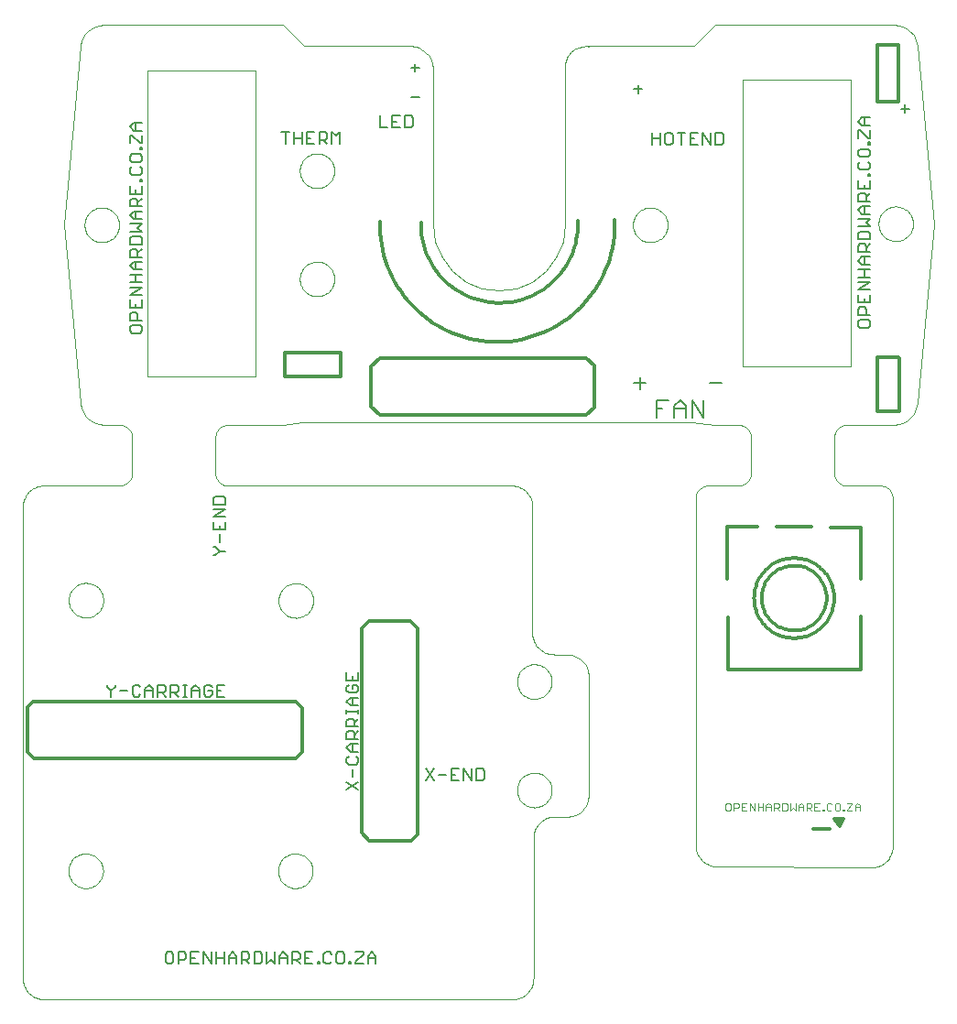
<source format=gto>
G75*
G70*
%OFA0B0*%
%FSLAX24Y24*%
%IPPOS*%
%LPD*%
%AMOC8*
5,1,8,0,0,1.08239X$1,22.5*
%
%ADD10C,0.0010*%
%ADD11C,0.0000*%
%ADD12C,0.0060*%
%ADD13C,0.0070*%
%ADD14C,0.0120*%
%ADD15C,0.0040*%
D10*
X001892Y001853D02*
X001892Y018979D01*
X001893Y019033D01*
X001897Y019087D01*
X001905Y019141D01*
X001917Y019194D01*
X001933Y019246D01*
X001952Y019296D01*
X001975Y019345D01*
X002001Y019393D01*
X002030Y019438D01*
X002063Y019482D01*
X002098Y019523D01*
X002136Y019561D01*
X002177Y019596D01*
X002221Y019629D01*
X002266Y019658D01*
X002314Y019684D01*
X002363Y019707D01*
X002413Y019726D01*
X002465Y019742D01*
X002518Y019754D01*
X002572Y019762D01*
X002626Y019766D01*
X002680Y019767D01*
X002680Y019766D02*
X005396Y019766D01*
X005438Y019767D01*
X005480Y019771D01*
X005521Y019778D01*
X005561Y019790D01*
X005600Y019805D01*
X005638Y019824D01*
X005673Y019846D01*
X005706Y019871D01*
X005737Y019900D01*
X005765Y019931D01*
X005790Y019964D01*
X005812Y020000D01*
X005831Y020037D01*
X005846Y020076D01*
X005857Y020116D01*
X005865Y020158D01*
X005869Y020199D01*
X005869Y021499D01*
X005869Y021498D02*
X005868Y021540D01*
X005864Y021582D01*
X005857Y021623D01*
X005845Y021663D01*
X005830Y021702D01*
X005811Y021740D01*
X005789Y021775D01*
X005764Y021808D01*
X005735Y021839D01*
X005704Y021867D01*
X005671Y021892D01*
X005635Y021914D01*
X005598Y021933D01*
X005559Y021948D01*
X005519Y021959D01*
X005477Y021967D01*
X005436Y021971D01*
X004845Y021971D01*
X004852Y021978D02*
X004642Y022008D01*
X004542Y022038D01*
X004442Y022088D01*
X004352Y022138D01*
X004272Y022208D01*
X004192Y022288D01*
X004132Y022368D01*
X004082Y022458D01*
X004032Y022558D01*
X003992Y022768D01*
X003392Y029268D01*
X003992Y035758D01*
X004032Y035968D01*
X004082Y036068D01*
X004132Y036158D01*
X004192Y036238D01*
X004272Y036318D01*
X004352Y036388D01*
X004442Y036438D01*
X004542Y036488D01*
X004642Y036518D01*
X004852Y036548D01*
X011342Y036548D01*
X012132Y035758D01*
X015992Y035758D01*
X016202Y035728D01*
X016312Y035698D01*
X016402Y035648D01*
X016492Y035588D01*
X016572Y035518D01*
X016652Y035438D01*
X016712Y035348D01*
X016792Y035148D01*
X016822Y034928D01*
X016822Y029268D01*
X016902Y028638D01*
X017142Y028058D01*
X017522Y027568D01*
X018022Y027188D01*
X018602Y026948D01*
X019222Y026858D01*
X019842Y026948D01*
X020422Y027188D01*
X020922Y027568D01*
X021302Y028058D01*
X021542Y028638D01*
X021622Y029268D01*
X021622Y034928D01*
X021616Y034924D02*
X021614Y034979D01*
X021616Y035034D01*
X021621Y035088D01*
X021630Y035142D01*
X021643Y035195D01*
X021660Y035248D01*
X021681Y035298D01*
X021705Y035348D01*
X021732Y035395D01*
X021763Y035441D01*
X021797Y035484D01*
X021833Y035524D01*
X021873Y035562D01*
X021915Y035597D01*
X021960Y035629D01*
X022007Y035657D01*
X022055Y035683D01*
X022106Y035704D01*
X022157Y035722D01*
X022210Y035737D01*
X022264Y035747D01*
X022318Y035754D01*
X022373Y035757D01*
X022428Y035756D01*
X022483Y035751D01*
X022452Y035758D02*
X026312Y035758D01*
X027092Y036548D01*
X033592Y036548D01*
X033802Y036518D01*
X033902Y036488D01*
X034002Y036438D01*
X034092Y036388D01*
X034172Y036318D01*
X034312Y036158D01*
X034362Y036068D01*
X034402Y035968D01*
X034452Y035758D01*
X035052Y029268D01*
X034452Y022768D01*
X034402Y022558D01*
X034362Y022458D01*
X034312Y022368D01*
X034172Y022208D01*
X034092Y022138D01*
X034002Y022088D01*
X033902Y022038D01*
X033802Y022008D01*
X033592Y021978D01*
X033585Y021971D02*
X031892Y021971D01*
X031893Y021971D02*
X031851Y021970D01*
X031809Y021966D01*
X031768Y021959D01*
X031728Y021947D01*
X031689Y021932D01*
X031651Y021913D01*
X031616Y021891D01*
X031583Y021866D01*
X031552Y021837D01*
X031524Y021806D01*
X031499Y021773D01*
X031477Y021737D01*
X031458Y021700D01*
X031443Y021661D01*
X031432Y021621D01*
X031424Y021579D01*
X031420Y021538D01*
X031420Y020239D01*
X031421Y020197D01*
X031425Y020155D01*
X031432Y020114D01*
X031444Y020074D01*
X031459Y020035D01*
X031478Y019997D01*
X031500Y019962D01*
X031525Y019929D01*
X031554Y019898D01*
X031585Y019870D01*
X031618Y019845D01*
X031654Y019823D01*
X031691Y019804D01*
X031730Y019789D01*
X031770Y019778D01*
X031812Y019770D01*
X031853Y019766D01*
X033113Y019766D01*
X033113Y019767D02*
X033154Y019763D01*
X033196Y019755D01*
X033236Y019744D01*
X033275Y019729D01*
X033312Y019710D01*
X033348Y019688D01*
X033381Y019663D01*
X033412Y019635D01*
X033441Y019604D01*
X033466Y019571D01*
X033488Y019536D01*
X033507Y019498D01*
X033522Y019459D01*
X033534Y019419D01*
X033541Y019378D01*
X033545Y019336D01*
X033546Y019294D01*
X033546Y006656D01*
X033545Y006602D01*
X033541Y006548D01*
X033533Y006494D01*
X033521Y006441D01*
X033505Y006389D01*
X033486Y006339D01*
X033463Y006290D01*
X033437Y006242D01*
X033408Y006197D01*
X033375Y006153D01*
X033340Y006112D01*
X033302Y006074D01*
X033261Y006039D01*
X033217Y006006D01*
X033172Y005977D01*
X033124Y005951D01*
X033075Y005928D01*
X033025Y005909D01*
X032973Y005893D01*
X032920Y005881D01*
X032866Y005873D01*
X032812Y005869D01*
X032758Y005868D01*
X032758Y005869D02*
X027168Y005908D01*
X027114Y005909D01*
X027060Y005913D01*
X027006Y005921D01*
X026953Y005933D01*
X026901Y005949D01*
X026851Y005968D01*
X026802Y005991D01*
X026754Y006017D01*
X026709Y006046D01*
X026665Y006079D01*
X026624Y006114D01*
X026586Y006152D01*
X026551Y006193D01*
X026518Y006237D01*
X026489Y006282D01*
X026463Y006330D01*
X026440Y006379D01*
X026421Y006429D01*
X026405Y006481D01*
X026393Y006534D01*
X026385Y006588D01*
X026381Y006642D01*
X026380Y006696D01*
X026380Y006695D02*
X026380Y019333D01*
X026380Y019334D02*
X026384Y019375D01*
X026392Y019417D01*
X026403Y019457D01*
X026418Y019496D01*
X026437Y019533D01*
X026459Y019569D01*
X026484Y019602D01*
X026512Y019633D01*
X026543Y019662D01*
X026576Y019687D01*
X026611Y019709D01*
X026649Y019728D01*
X026688Y019743D01*
X026728Y019755D01*
X026769Y019762D01*
X026811Y019766D01*
X026853Y019767D01*
X026853Y019766D02*
X027916Y019766D01*
X027958Y019767D01*
X028000Y019771D01*
X028041Y019778D01*
X028081Y019790D01*
X028120Y019805D01*
X028158Y019824D01*
X028193Y019846D01*
X028226Y019871D01*
X028257Y019900D01*
X028285Y019931D01*
X028310Y019964D01*
X028332Y020000D01*
X028351Y020037D01*
X028366Y020076D01*
X028377Y020116D01*
X028385Y020158D01*
X028389Y020199D01*
X028388Y020199D02*
X028388Y021499D01*
X028389Y021498D02*
X028388Y021540D01*
X028384Y021582D01*
X028377Y021623D01*
X028365Y021663D01*
X028350Y021702D01*
X028331Y021740D01*
X028309Y021775D01*
X028284Y021808D01*
X028255Y021839D01*
X028224Y021867D01*
X028191Y021892D01*
X028155Y021914D01*
X028118Y021933D01*
X028079Y021948D01*
X028039Y021959D01*
X027997Y021967D01*
X027956Y021971D01*
X027955Y021971D02*
X027089Y021971D01*
X027092Y021978D02*
X026233Y022060D01*
X012053Y022060D01*
X011342Y021978D01*
X011341Y021971D02*
X009373Y021971D01*
X009331Y021970D01*
X009289Y021966D01*
X009248Y021959D01*
X009208Y021947D01*
X009169Y021932D01*
X009131Y021913D01*
X009096Y021891D01*
X009063Y021866D01*
X009032Y021837D01*
X009004Y021806D01*
X008979Y021773D01*
X008957Y021737D01*
X008938Y021700D01*
X008923Y021661D01*
X008912Y021621D01*
X008904Y021579D01*
X008900Y021538D01*
X008900Y020239D01*
X008901Y020197D01*
X008905Y020155D01*
X008912Y020114D01*
X008924Y020074D01*
X008939Y020035D01*
X008958Y019997D01*
X008980Y019962D01*
X009005Y019929D01*
X009034Y019898D01*
X009065Y019870D01*
X009098Y019845D01*
X009134Y019823D01*
X009171Y019804D01*
X009210Y019789D01*
X009250Y019778D01*
X009292Y019770D01*
X009333Y019766D01*
X019648Y019766D01*
X019648Y019767D02*
X019702Y019766D01*
X019756Y019762D01*
X019810Y019754D01*
X019863Y019742D01*
X019915Y019726D01*
X019965Y019707D01*
X020014Y019684D01*
X020062Y019658D01*
X020107Y019629D01*
X020151Y019596D01*
X020192Y019561D01*
X020230Y019523D01*
X020265Y019482D01*
X020298Y019438D01*
X020327Y019393D01*
X020353Y019345D01*
X020376Y019296D01*
X020395Y019246D01*
X020411Y019194D01*
X020423Y019141D01*
X020431Y019087D01*
X020435Y019033D01*
X020436Y018979D01*
X020436Y014412D01*
X020435Y014412D02*
X020436Y014358D01*
X020440Y014304D01*
X020448Y014250D01*
X020460Y014197D01*
X020476Y014145D01*
X020495Y014095D01*
X020518Y014046D01*
X020544Y013998D01*
X020573Y013953D01*
X020606Y013909D01*
X020641Y013868D01*
X020679Y013830D01*
X020720Y013795D01*
X020764Y013762D01*
X020809Y013733D01*
X020857Y013707D01*
X020906Y013684D01*
X020956Y013665D01*
X021008Y013649D01*
X021061Y013637D01*
X021115Y013629D01*
X021169Y013625D01*
X021223Y013624D01*
X021219Y013615D02*
X021698Y013615D01*
X021898Y013595D01*
X021998Y013555D01*
X022088Y013515D01*
X022178Y013455D01*
X022318Y013315D01*
X022378Y013225D01*
X022428Y013135D01*
X022458Y013035D01*
X022488Y012835D01*
X022488Y008505D01*
X022458Y008295D01*
X022428Y008195D01*
X022378Y008105D01*
X022318Y008025D01*
X022248Y007945D01*
X022178Y007875D01*
X022088Y007815D01*
X021998Y007775D01*
X021898Y007745D01*
X021698Y007715D01*
X021298Y007715D01*
X021263Y007719D02*
X021209Y007718D01*
X021155Y007714D01*
X021101Y007706D01*
X021048Y007694D01*
X020996Y007678D01*
X020946Y007659D01*
X020897Y007636D01*
X020849Y007610D01*
X020804Y007581D01*
X020760Y007548D01*
X020719Y007513D01*
X020681Y007475D01*
X020646Y007434D01*
X020613Y007390D01*
X020584Y007345D01*
X020558Y007297D01*
X020535Y007248D01*
X020516Y007198D01*
X020500Y007146D01*
X020488Y007093D01*
X020480Y007039D01*
X020476Y006985D01*
X020475Y006931D01*
X020475Y006932D02*
X020475Y001853D01*
X020474Y001799D01*
X020470Y001745D01*
X020462Y001691D01*
X020450Y001638D01*
X020434Y001586D01*
X020415Y001536D01*
X020392Y001487D01*
X020366Y001439D01*
X020337Y001394D01*
X020304Y001350D01*
X020269Y001309D01*
X020231Y001271D01*
X020190Y001236D01*
X020146Y001203D01*
X020101Y001174D01*
X020053Y001148D01*
X020004Y001125D01*
X019954Y001106D01*
X019902Y001090D01*
X019849Y001078D01*
X019795Y001070D01*
X019741Y001066D01*
X019687Y001065D01*
X019688Y001066D02*
X002680Y001066D01*
X002680Y001065D02*
X002626Y001066D01*
X002572Y001070D01*
X002518Y001078D01*
X002465Y001090D01*
X002413Y001106D01*
X002363Y001125D01*
X002314Y001148D01*
X002266Y001174D01*
X002221Y001203D01*
X002177Y001236D01*
X002136Y001271D01*
X002098Y001309D01*
X002063Y001350D01*
X002030Y001394D01*
X002001Y001439D01*
X001975Y001487D01*
X001952Y001536D01*
X001933Y001586D01*
X001917Y001638D01*
X001905Y001691D01*
X001897Y001745D01*
X001893Y001799D01*
X001892Y001853D01*
X006422Y023748D02*
X006422Y034857D01*
X010362Y034857D01*
X010362Y023748D01*
X006422Y023748D01*
X028082Y024102D02*
X032012Y024102D01*
X032012Y034543D01*
X028082Y034543D01*
X028082Y024102D01*
D11*
X024097Y029254D02*
X024099Y029304D01*
X024105Y029354D01*
X024115Y029403D01*
X024129Y029451D01*
X024146Y029498D01*
X024167Y029543D01*
X024192Y029587D01*
X024220Y029628D01*
X024252Y029667D01*
X024286Y029704D01*
X024323Y029738D01*
X024363Y029768D01*
X024405Y029795D01*
X024449Y029819D01*
X024495Y029840D01*
X024542Y029856D01*
X024590Y029869D01*
X024640Y029878D01*
X024689Y029883D01*
X024740Y029884D01*
X024790Y029881D01*
X024839Y029874D01*
X024888Y029863D01*
X024936Y029848D01*
X024982Y029830D01*
X025027Y029808D01*
X025070Y029782D01*
X025111Y029753D01*
X025150Y029721D01*
X025186Y029686D01*
X025218Y029648D01*
X025248Y029608D01*
X025275Y029565D01*
X025298Y029521D01*
X025317Y029475D01*
X025333Y029427D01*
X025345Y029378D01*
X025353Y029329D01*
X025357Y029279D01*
X025357Y029229D01*
X025353Y029179D01*
X025345Y029130D01*
X025333Y029081D01*
X025317Y029033D01*
X025298Y028987D01*
X025275Y028943D01*
X025248Y028900D01*
X025218Y028860D01*
X025186Y028822D01*
X025150Y028787D01*
X025111Y028755D01*
X025070Y028726D01*
X025027Y028700D01*
X024982Y028678D01*
X024936Y028660D01*
X024888Y028645D01*
X024839Y028634D01*
X024790Y028627D01*
X024740Y028624D01*
X024689Y028625D01*
X024640Y028630D01*
X024590Y028639D01*
X024542Y028652D01*
X024495Y028668D01*
X024449Y028689D01*
X024405Y028713D01*
X024363Y028740D01*
X024323Y028770D01*
X024286Y028804D01*
X024252Y028841D01*
X024220Y028880D01*
X024192Y028921D01*
X024167Y028965D01*
X024146Y029010D01*
X024129Y029057D01*
X024115Y029105D01*
X024105Y029154D01*
X024099Y029204D01*
X024097Y029254D01*
X033034Y029294D02*
X033036Y029344D01*
X033042Y029394D01*
X033052Y029443D01*
X033066Y029491D01*
X033083Y029538D01*
X033104Y029583D01*
X033129Y029627D01*
X033157Y029668D01*
X033189Y029707D01*
X033223Y029744D01*
X033260Y029778D01*
X033300Y029808D01*
X033342Y029835D01*
X033386Y029859D01*
X033432Y029880D01*
X033479Y029896D01*
X033527Y029909D01*
X033577Y029918D01*
X033626Y029923D01*
X033677Y029924D01*
X033727Y029921D01*
X033776Y029914D01*
X033825Y029903D01*
X033873Y029888D01*
X033919Y029870D01*
X033964Y029848D01*
X034007Y029822D01*
X034048Y029793D01*
X034087Y029761D01*
X034123Y029726D01*
X034155Y029688D01*
X034185Y029648D01*
X034212Y029605D01*
X034235Y029561D01*
X034254Y029515D01*
X034270Y029467D01*
X034282Y029418D01*
X034290Y029369D01*
X034294Y029319D01*
X034294Y029269D01*
X034290Y029219D01*
X034282Y029170D01*
X034270Y029121D01*
X034254Y029073D01*
X034235Y029027D01*
X034212Y028983D01*
X034185Y028940D01*
X034155Y028900D01*
X034123Y028862D01*
X034087Y028827D01*
X034048Y028795D01*
X034007Y028766D01*
X033964Y028740D01*
X033919Y028718D01*
X033873Y028700D01*
X033825Y028685D01*
X033776Y028674D01*
X033727Y028667D01*
X033677Y028664D01*
X033626Y028665D01*
X033577Y028670D01*
X033527Y028679D01*
X033479Y028692D01*
X033432Y028708D01*
X033386Y028729D01*
X033342Y028753D01*
X033300Y028780D01*
X033260Y028810D01*
X033223Y028844D01*
X033189Y028881D01*
X033157Y028920D01*
X033129Y028961D01*
X033104Y029005D01*
X033083Y029050D01*
X033066Y029097D01*
X033052Y029145D01*
X033042Y029194D01*
X033036Y029244D01*
X033034Y029294D01*
X019878Y012635D02*
X019880Y012685D01*
X019886Y012735D01*
X019896Y012784D01*
X019910Y012832D01*
X019927Y012879D01*
X019948Y012924D01*
X019973Y012968D01*
X020001Y013009D01*
X020033Y013048D01*
X020067Y013085D01*
X020104Y013119D01*
X020144Y013149D01*
X020186Y013176D01*
X020230Y013200D01*
X020276Y013221D01*
X020323Y013237D01*
X020371Y013250D01*
X020421Y013259D01*
X020470Y013264D01*
X020521Y013265D01*
X020571Y013262D01*
X020620Y013255D01*
X020669Y013244D01*
X020717Y013229D01*
X020763Y013211D01*
X020808Y013189D01*
X020851Y013163D01*
X020892Y013134D01*
X020931Y013102D01*
X020967Y013067D01*
X020999Y013029D01*
X021029Y012989D01*
X021056Y012946D01*
X021079Y012902D01*
X021098Y012856D01*
X021114Y012808D01*
X021126Y012759D01*
X021134Y012710D01*
X021138Y012660D01*
X021138Y012610D01*
X021134Y012560D01*
X021126Y012511D01*
X021114Y012462D01*
X021098Y012414D01*
X021079Y012368D01*
X021056Y012324D01*
X021029Y012281D01*
X020999Y012241D01*
X020967Y012203D01*
X020931Y012168D01*
X020892Y012136D01*
X020851Y012107D01*
X020808Y012081D01*
X020763Y012059D01*
X020717Y012041D01*
X020669Y012026D01*
X020620Y012015D01*
X020571Y012008D01*
X020521Y012005D01*
X020470Y012006D01*
X020421Y012011D01*
X020371Y012020D01*
X020323Y012033D01*
X020276Y012049D01*
X020230Y012070D01*
X020186Y012094D01*
X020144Y012121D01*
X020104Y012151D01*
X020067Y012185D01*
X020033Y012222D01*
X020001Y012261D01*
X019973Y012302D01*
X019948Y012346D01*
X019927Y012391D01*
X019910Y012438D01*
X019896Y012486D01*
X019886Y012535D01*
X019880Y012585D01*
X019878Y012635D01*
X019878Y008685D02*
X019880Y008735D01*
X019886Y008785D01*
X019896Y008834D01*
X019910Y008882D01*
X019927Y008929D01*
X019948Y008974D01*
X019973Y009018D01*
X020001Y009059D01*
X020033Y009098D01*
X020067Y009135D01*
X020104Y009169D01*
X020144Y009199D01*
X020186Y009226D01*
X020230Y009250D01*
X020276Y009271D01*
X020323Y009287D01*
X020371Y009300D01*
X020421Y009309D01*
X020470Y009314D01*
X020521Y009315D01*
X020571Y009312D01*
X020620Y009305D01*
X020669Y009294D01*
X020717Y009279D01*
X020763Y009261D01*
X020808Y009239D01*
X020851Y009213D01*
X020892Y009184D01*
X020931Y009152D01*
X020967Y009117D01*
X020999Y009079D01*
X021029Y009039D01*
X021056Y008996D01*
X021079Y008952D01*
X021098Y008906D01*
X021114Y008858D01*
X021126Y008809D01*
X021134Y008760D01*
X021138Y008710D01*
X021138Y008660D01*
X021134Y008610D01*
X021126Y008561D01*
X021114Y008512D01*
X021098Y008464D01*
X021079Y008418D01*
X021056Y008374D01*
X021029Y008331D01*
X020999Y008291D01*
X020967Y008253D01*
X020931Y008218D01*
X020892Y008186D01*
X020851Y008157D01*
X020808Y008131D01*
X020763Y008109D01*
X020717Y008091D01*
X020669Y008076D01*
X020620Y008065D01*
X020571Y008058D01*
X020521Y008055D01*
X020470Y008056D01*
X020421Y008061D01*
X020371Y008070D01*
X020323Y008083D01*
X020276Y008099D01*
X020230Y008120D01*
X020186Y008144D01*
X020144Y008171D01*
X020104Y008201D01*
X020067Y008235D01*
X020033Y008272D01*
X020001Y008311D01*
X019973Y008352D01*
X019948Y008396D01*
X019927Y008441D01*
X019910Y008488D01*
X019896Y008536D01*
X019886Y008585D01*
X019880Y008635D01*
X019878Y008685D01*
X011178Y005745D02*
X011180Y005795D01*
X011186Y005845D01*
X011196Y005894D01*
X011210Y005942D01*
X011227Y005989D01*
X011248Y006034D01*
X011273Y006078D01*
X011301Y006119D01*
X011333Y006158D01*
X011367Y006195D01*
X011404Y006229D01*
X011444Y006259D01*
X011486Y006286D01*
X011530Y006310D01*
X011576Y006331D01*
X011623Y006347D01*
X011671Y006360D01*
X011721Y006369D01*
X011770Y006374D01*
X011821Y006375D01*
X011871Y006372D01*
X011920Y006365D01*
X011969Y006354D01*
X012017Y006339D01*
X012063Y006321D01*
X012108Y006299D01*
X012151Y006273D01*
X012192Y006244D01*
X012231Y006212D01*
X012267Y006177D01*
X012299Y006139D01*
X012329Y006099D01*
X012356Y006056D01*
X012379Y006012D01*
X012398Y005966D01*
X012414Y005918D01*
X012426Y005869D01*
X012434Y005820D01*
X012438Y005770D01*
X012438Y005720D01*
X012434Y005670D01*
X012426Y005621D01*
X012414Y005572D01*
X012398Y005524D01*
X012379Y005478D01*
X012356Y005434D01*
X012329Y005391D01*
X012299Y005351D01*
X012267Y005313D01*
X012231Y005278D01*
X012192Y005246D01*
X012151Y005217D01*
X012108Y005191D01*
X012063Y005169D01*
X012017Y005151D01*
X011969Y005136D01*
X011920Y005125D01*
X011871Y005118D01*
X011821Y005115D01*
X011770Y005116D01*
X011721Y005121D01*
X011671Y005130D01*
X011623Y005143D01*
X011576Y005159D01*
X011530Y005180D01*
X011486Y005204D01*
X011444Y005231D01*
X011404Y005261D01*
X011367Y005295D01*
X011333Y005332D01*
X011301Y005371D01*
X011273Y005412D01*
X011248Y005456D01*
X011227Y005501D01*
X011210Y005548D01*
X011196Y005596D01*
X011186Y005645D01*
X011180Y005695D01*
X011178Y005745D01*
X003548Y005745D02*
X003550Y005795D01*
X003556Y005845D01*
X003566Y005894D01*
X003580Y005942D01*
X003597Y005989D01*
X003618Y006034D01*
X003643Y006078D01*
X003671Y006119D01*
X003703Y006158D01*
X003737Y006195D01*
X003774Y006229D01*
X003814Y006259D01*
X003856Y006286D01*
X003900Y006310D01*
X003946Y006331D01*
X003993Y006347D01*
X004041Y006360D01*
X004091Y006369D01*
X004140Y006374D01*
X004191Y006375D01*
X004241Y006372D01*
X004290Y006365D01*
X004339Y006354D01*
X004387Y006339D01*
X004433Y006321D01*
X004478Y006299D01*
X004521Y006273D01*
X004562Y006244D01*
X004601Y006212D01*
X004637Y006177D01*
X004669Y006139D01*
X004699Y006099D01*
X004726Y006056D01*
X004749Y006012D01*
X004768Y005966D01*
X004784Y005918D01*
X004796Y005869D01*
X004804Y005820D01*
X004808Y005770D01*
X004808Y005720D01*
X004804Y005670D01*
X004796Y005621D01*
X004784Y005572D01*
X004768Y005524D01*
X004749Y005478D01*
X004726Y005434D01*
X004699Y005391D01*
X004669Y005351D01*
X004637Y005313D01*
X004601Y005278D01*
X004562Y005246D01*
X004521Y005217D01*
X004478Y005191D01*
X004433Y005169D01*
X004387Y005151D01*
X004339Y005136D01*
X004290Y005125D01*
X004241Y005118D01*
X004191Y005115D01*
X004140Y005116D01*
X004091Y005121D01*
X004041Y005130D01*
X003993Y005143D01*
X003946Y005159D01*
X003900Y005180D01*
X003856Y005204D01*
X003814Y005231D01*
X003774Y005261D01*
X003737Y005295D01*
X003703Y005332D01*
X003671Y005371D01*
X003643Y005412D01*
X003618Y005456D01*
X003597Y005501D01*
X003580Y005548D01*
X003566Y005596D01*
X003556Y005645D01*
X003550Y005695D01*
X003548Y005745D01*
X003558Y015595D02*
X003560Y015645D01*
X003566Y015695D01*
X003576Y015744D01*
X003590Y015792D01*
X003607Y015839D01*
X003628Y015884D01*
X003653Y015928D01*
X003681Y015969D01*
X003713Y016008D01*
X003747Y016045D01*
X003784Y016079D01*
X003824Y016109D01*
X003866Y016136D01*
X003910Y016160D01*
X003956Y016181D01*
X004003Y016197D01*
X004051Y016210D01*
X004101Y016219D01*
X004150Y016224D01*
X004201Y016225D01*
X004251Y016222D01*
X004300Y016215D01*
X004349Y016204D01*
X004397Y016189D01*
X004443Y016171D01*
X004488Y016149D01*
X004531Y016123D01*
X004572Y016094D01*
X004611Y016062D01*
X004647Y016027D01*
X004679Y015989D01*
X004709Y015949D01*
X004736Y015906D01*
X004759Y015862D01*
X004778Y015816D01*
X004794Y015768D01*
X004806Y015719D01*
X004814Y015670D01*
X004818Y015620D01*
X004818Y015570D01*
X004814Y015520D01*
X004806Y015471D01*
X004794Y015422D01*
X004778Y015374D01*
X004759Y015328D01*
X004736Y015284D01*
X004709Y015241D01*
X004679Y015201D01*
X004647Y015163D01*
X004611Y015128D01*
X004572Y015096D01*
X004531Y015067D01*
X004488Y015041D01*
X004443Y015019D01*
X004397Y015001D01*
X004349Y014986D01*
X004300Y014975D01*
X004251Y014968D01*
X004201Y014965D01*
X004150Y014966D01*
X004101Y014971D01*
X004051Y014980D01*
X004003Y014993D01*
X003956Y015009D01*
X003910Y015030D01*
X003866Y015054D01*
X003824Y015081D01*
X003784Y015111D01*
X003747Y015145D01*
X003713Y015182D01*
X003681Y015221D01*
X003653Y015262D01*
X003628Y015306D01*
X003607Y015351D01*
X003590Y015398D01*
X003576Y015446D01*
X003566Y015495D01*
X003560Y015545D01*
X003558Y015595D01*
X011198Y015585D02*
X011200Y015635D01*
X011206Y015685D01*
X011216Y015734D01*
X011230Y015782D01*
X011247Y015829D01*
X011268Y015874D01*
X011293Y015918D01*
X011321Y015959D01*
X011353Y015998D01*
X011387Y016035D01*
X011424Y016069D01*
X011464Y016099D01*
X011506Y016126D01*
X011550Y016150D01*
X011596Y016171D01*
X011643Y016187D01*
X011691Y016200D01*
X011741Y016209D01*
X011790Y016214D01*
X011841Y016215D01*
X011891Y016212D01*
X011940Y016205D01*
X011989Y016194D01*
X012037Y016179D01*
X012083Y016161D01*
X012128Y016139D01*
X012171Y016113D01*
X012212Y016084D01*
X012251Y016052D01*
X012287Y016017D01*
X012319Y015979D01*
X012349Y015939D01*
X012376Y015896D01*
X012399Y015852D01*
X012418Y015806D01*
X012434Y015758D01*
X012446Y015709D01*
X012454Y015660D01*
X012458Y015610D01*
X012458Y015560D01*
X012454Y015510D01*
X012446Y015461D01*
X012434Y015412D01*
X012418Y015364D01*
X012399Y015318D01*
X012376Y015274D01*
X012349Y015231D01*
X012319Y015191D01*
X012287Y015153D01*
X012251Y015118D01*
X012212Y015086D01*
X012171Y015057D01*
X012128Y015031D01*
X012083Y015009D01*
X012037Y014991D01*
X011989Y014976D01*
X011940Y014965D01*
X011891Y014958D01*
X011841Y014955D01*
X011790Y014956D01*
X011741Y014961D01*
X011691Y014970D01*
X011643Y014983D01*
X011596Y014999D01*
X011550Y015020D01*
X011506Y015044D01*
X011464Y015071D01*
X011424Y015101D01*
X011387Y015135D01*
X011353Y015172D01*
X011321Y015211D01*
X011293Y015252D01*
X011268Y015296D01*
X011247Y015341D01*
X011230Y015388D01*
X011216Y015436D01*
X011206Y015485D01*
X011200Y015535D01*
X011198Y015585D01*
X011971Y027286D02*
X011973Y027336D01*
X011979Y027386D01*
X011989Y027435D01*
X012003Y027483D01*
X012020Y027530D01*
X012041Y027575D01*
X012066Y027619D01*
X012094Y027660D01*
X012126Y027699D01*
X012160Y027736D01*
X012197Y027770D01*
X012237Y027800D01*
X012279Y027827D01*
X012323Y027851D01*
X012369Y027872D01*
X012416Y027888D01*
X012464Y027901D01*
X012514Y027910D01*
X012563Y027915D01*
X012614Y027916D01*
X012664Y027913D01*
X012713Y027906D01*
X012762Y027895D01*
X012810Y027880D01*
X012856Y027862D01*
X012901Y027840D01*
X012944Y027814D01*
X012985Y027785D01*
X013024Y027753D01*
X013060Y027718D01*
X013092Y027680D01*
X013122Y027640D01*
X013149Y027597D01*
X013172Y027553D01*
X013191Y027507D01*
X013207Y027459D01*
X013219Y027410D01*
X013227Y027361D01*
X013231Y027311D01*
X013231Y027261D01*
X013227Y027211D01*
X013219Y027162D01*
X013207Y027113D01*
X013191Y027065D01*
X013172Y027019D01*
X013149Y026975D01*
X013122Y026932D01*
X013092Y026892D01*
X013060Y026854D01*
X013024Y026819D01*
X012985Y026787D01*
X012944Y026758D01*
X012901Y026732D01*
X012856Y026710D01*
X012810Y026692D01*
X012762Y026677D01*
X012713Y026666D01*
X012664Y026659D01*
X012614Y026656D01*
X012563Y026657D01*
X012514Y026662D01*
X012464Y026671D01*
X012416Y026684D01*
X012369Y026700D01*
X012323Y026721D01*
X012279Y026745D01*
X012237Y026772D01*
X012197Y026802D01*
X012160Y026836D01*
X012126Y026873D01*
X012094Y026912D01*
X012066Y026953D01*
X012041Y026997D01*
X012020Y027042D01*
X012003Y027089D01*
X011989Y027137D01*
X011979Y027186D01*
X011973Y027236D01*
X011971Y027286D01*
X011971Y031223D02*
X011973Y031273D01*
X011979Y031323D01*
X011989Y031372D01*
X012003Y031420D01*
X012020Y031467D01*
X012041Y031512D01*
X012066Y031556D01*
X012094Y031597D01*
X012126Y031636D01*
X012160Y031673D01*
X012197Y031707D01*
X012237Y031737D01*
X012279Y031764D01*
X012323Y031788D01*
X012369Y031809D01*
X012416Y031825D01*
X012464Y031838D01*
X012514Y031847D01*
X012563Y031852D01*
X012614Y031853D01*
X012664Y031850D01*
X012713Y031843D01*
X012762Y031832D01*
X012810Y031817D01*
X012856Y031799D01*
X012901Y031777D01*
X012944Y031751D01*
X012985Y031722D01*
X013024Y031690D01*
X013060Y031655D01*
X013092Y031617D01*
X013122Y031577D01*
X013149Y031534D01*
X013172Y031490D01*
X013191Y031444D01*
X013207Y031396D01*
X013219Y031347D01*
X013227Y031298D01*
X013231Y031248D01*
X013231Y031198D01*
X013227Y031148D01*
X013219Y031099D01*
X013207Y031050D01*
X013191Y031002D01*
X013172Y030956D01*
X013149Y030912D01*
X013122Y030869D01*
X013092Y030829D01*
X013060Y030791D01*
X013024Y030756D01*
X012985Y030724D01*
X012944Y030695D01*
X012901Y030669D01*
X012856Y030647D01*
X012810Y030629D01*
X012762Y030614D01*
X012713Y030603D01*
X012664Y030596D01*
X012614Y030593D01*
X012563Y030594D01*
X012514Y030599D01*
X012464Y030608D01*
X012416Y030621D01*
X012369Y030637D01*
X012323Y030658D01*
X012279Y030682D01*
X012237Y030709D01*
X012197Y030739D01*
X012160Y030773D01*
X012126Y030810D01*
X012094Y030849D01*
X012066Y030890D01*
X012041Y030934D01*
X012020Y030979D01*
X012003Y031026D01*
X011989Y031074D01*
X011979Y031123D01*
X011973Y031173D01*
X011971Y031223D01*
X004136Y029254D02*
X004138Y029304D01*
X004144Y029354D01*
X004154Y029403D01*
X004168Y029451D01*
X004185Y029498D01*
X004206Y029543D01*
X004231Y029587D01*
X004259Y029628D01*
X004291Y029667D01*
X004325Y029704D01*
X004362Y029738D01*
X004402Y029768D01*
X004444Y029795D01*
X004488Y029819D01*
X004534Y029840D01*
X004581Y029856D01*
X004629Y029869D01*
X004679Y029878D01*
X004728Y029883D01*
X004779Y029884D01*
X004829Y029881D01*
X004878Y029874D01*
X004927Y029863D01*
X004975Y029848D01*
X005021Y029830D01*
X005066Y029808D01*
X005109Y029782D01*
X005150Y029753D01*
X005189Y029721D01*
X005225Y029686D01*
X005257Y029648D01*
X005287Y029608D01*
X005314Y029565D01*
X005337Y029521D01*
X005356Y029475D01*
X005372Y029427D01*
X005384Y029378D01*
X005392Y029329D01*
X005396Y029279D01*
X005396Y029229D01*
X005392Y029179D01*
X005384Y029130D01*
X005372Y029081D01*
X005356Y029033D01*
X005337Y028987D01*
X005314Y028943D01*
X005287Y028900D01*
X005257Y028860D01*
X005225Y028822D01*
X005189Y028787D01*
X005150Y028755D01*
X005109Y028726D01*
X005066Y028700D01*
X005021Y028678D01*
X004975Y028660D01*
X004927Y028645D01*
X004878Y028634D01*
X004829Y028627D01*
X004779Y028624D01*
X004728Y028625D01*
X004679Y028630D01*
X004629Y028639D01*
X004581Y028652D01*
X004534Y028668D01*
X004488Y028689D01*
X004444Y028713D01*
X004402Y028740D01*
X004362Y028770D01*
X004325Y028804D01*
X004291Y028841D01*
X004259Y028880D01*
X004231Y028921D01*
X004206Y028965D01*
X004185Y029010D01*
X004168Y029057D01*
X004154Y029105D01*
X004144Y029154D01*
X004138Y029204D01*
X004136Y029254D01*
D12*
X024127Y023502D02*
X024554Y023502D01*
X024341Y023716D02*
X024341Y023289D01*
X024954Y022878D02*
X025381Y022878D01*
X025598Y022664D02*
X025812Y022878D01*
X026025Y022664D01*
X026025Y022237D01*
X026243Y022237D02*
X026243Y022878D01*
X026670Y022237D01*
X026670Y022878D01*
X026883Y023502D02*
X027310Y023502D01*
X026025Y022558D02*
X025598Y022558D01*
X025598Y022664D02*
X025598Y022237D01*
X025167Y022558D02*
X024954Y022558D01*
X024954Y022878D02*
X024954Y022237D01*
D13*
X032293Y025582D02*
X032365Y025510D01*
X032652Y025510D01*
X032723Y025582D01*
X032723Y025725D01*
X032652Y025797D01*
X032365Y025797D01*
X032293Y025725D01*
X032293Y025582D01*
X032293Y025970D02*
X032293Y026186D01*
X032365Y026257D01*
X032508Y026257D01*
X032580Y026186D01*
X032580Y025970D01*
X032723Y025970D02*
X032293Y025970D01*
X032293Y026431D02*
X032723Y026431D01*
X032723Y026718D01*
X032723Y026891D02*
X032293Y026891D01*
X032723Y027178D01*
X032293Y027178D01*
X032293Y027352D02*
X032723Y027352D01*
X032508Y027352D02*
X032508Y027638D01*
X032508Y027812D02*
X032508Y028099D01*
X032437Y028099D02*
X032723Y028099D01*
X032723Y028272D02*
X032293Y028272D01*
X032293Y028487D01*
X032365Y028559D01*
X032508Y028559D01*
X032580Y028487D01*
X032580Y028272D01*
X032580Y028416D02*
X032723Y028559D01*
X032723Y028733D02*
X032723Y028948D01*
X032652Y029020D01*
X032365Y029020D01*
X032293Y028948D01*
X032293Y028733D01*
X032723Y028733D01*
X032437Y028099D02*
X032293Y027955D01*
X032437Y027812D01*
X032723Y027812D01*
X032723Y027638D02*
X032293Y027638D01*
X032293Y026718D02*
X032293Y026431D01*
X032508Y026431D02*
X032508Y026574D01*
X032293Y029193D02*
X032723Y029193D01*
X032580Y029337D01*
X032723Y029480D01*
X032293Y029480D01*
X032437Y029653D02*
X032293Y029797D01*
X032437Y029940D01*
X032723Y029940D01*
X032723Y030114D02*
X032293Y030114D01*
X032293Y030329D01*
X032365Y030401D01*
X032508Y030401D01*
X032580Y030329D01*
X032580Y030114D01*
X032580Y030257D02*
X032723Y030401D01*
X032723Y030574D02*
X032723Y030861D01*
X032723Y031035D02*
X032652Y031035D01*
X032652Y031106D01*
X032723Y031106D01*
X032723Y031035D01*
X032652Y031265D02*
X032723Y031337D01*
X032723Y031480D01*
X032652Y031552D01*
X032652Y031725D02*
X032723Y031797D01*
X032723Y031940D01*
X032652Y032012D01*
X032365Y032012D01*
X032293Y031940D01*
X032293Y031797D01*
X032365Y031725D01*
X032652Y031725D01*
X032365Y031552D02*
X032293Y031480D01*
X032293Y031337D01*
X032365Y031265D01*
X032652Y031265D01*
X032293Y030861D02*
X032293Y030574D01*
X032723Y030574D01*
X032508Y030574D02*
X032508Y030718D01*
X032508Y029940D02*
X032508Y029653D01*
X032437Y029653D02*
X032723Y029653D01*
X032723Y032186D02*
X032652Y032186D01*
X032652Y032257D01*
X032723Y032257D01*
X032723Y032186D01*
X032723Y032416D02*
X032723Y032703D01*
X032723Y032876D02*
X032437Y032876D01*
X032293Y033020D01*
X032437Y033163D01*
X032723Y033163D01*
X032508Y033163D02*
X032508Y032876D01*
X032365Y032703D02*
X032293Y032703D01*
X032293Y032416D01*
X032365Y032703D02*
X032652Y032416D01*
X032723Y032416D01*
X033856Y033481D02*
X034143Y033481D01*
X034000Y033625D02*
X034000Y033338D01*
X027384Y032534D02*
X027384Y032247D01*
X027312Y032175D01*
X027097Y032175D01*
X027097Y032606D01*
X027312Y032606D01*
X027384Y032534D01*
X026923Y032606D02*
X026923Y032175D01*
X026636Y032606D01*
X026636Y032175D01*
X026463Y032175D02*
X026176Y032175D01*
X026176Y032606D01*
X026463Y032606D01*
X026319Y032390D02*
X026176Y032390D01*
X026003Y032606D02*
X025716Y032606D01*
X025859Y032606D02*
X025859Y032175D01*
X025542Y032247D02*
X025542Y032534D01*
X025470Y032606D01*
X025327Y032606D01*
X025255Y032534D01*
X025255Y032247D01*
X025327Y032175D01*
X025470Y032175D01*
X025542Y032247D01*
X025082Y032175D02*
X025082Y032606D01*
X025082Y032390D02*
X024795Y032390D01*
X024795Y032175D02*
X024795Y032606D01*
X024275Y034046D02*
X024275Y034333D01*
X024132Y034190D02*
X024419Y034190D01*
X016309Y033914D02*
X016022Y033914D01*
X016016Y033224D02*
X015801Y033224D01*
X015801Y032793D01*
X016016Y032793D01*
X016088Y032865D01*
X016088Y033152D01*
X016016Y033224D01*
X015627Y033224D02*
X015340Y033224D01*
X015340Y032793D01*
X015627Y032793D01*
X015484Y033009D02*
X015340Y033009D01*
X015167Y032793D02*
X014880Y032793D01*
X014880Y033224D01*
X013426Y032633D02*
X013426Y032203D01*
X013139Y032203D02*
X013139Y032633D01*
X013282Y032490D01*
X013426Y032633D01*
X012965Y032562D02*
X012965Y032418D01*
X012894Y032346D01*
X012679Y032346D01*
X012822Y032346D02*
X012965Y032203D01*
X012679Y032203D02*
X012679Y032633D01*
X012894Y032633D01*
X012965Y032562D01*
X012505Y032633D02*
X012218Y032633D01*
X012218Y032203D01*
X012505Y032203D01*
X012362Y032418D02*
X012218Y032418D01*
X012045Y032418D02*
X011758Y032418D01*
X011758Y032203D02*
X011758Y032633D01*
X011584Y032633D02*
X011297Y032633D01*
X011441Y032633D02*
X011441Y032203D01*
X012045Y032203D02*
X012045Y032633D01*
X016022Y034977D02*
X016309Y034977D01*
X016165Y034834D02*
X016165Y035121D01*
X006216Y032974D02*
X005929Y032974D01*
X005785Y032831D01*
X005929Y032687D01*
X006216Y032687D01*
X006216Y032514D02*
X006216Y032227D01*
X006144Y032227D01*
X005857Y032514D01*
X005785Y032514D01*
X005785Y032227D01*
X006144Y032068D02*
X006216Y032068D01*
X006216Y031997D01*
X006144Y031997D01*
X006144Y032068D01*
X006144Y031823D02*
X005857Y031823D01*
X005785Y031752D01*
X005785Y031608D01*
X005857Y031536D01*
X006144Y031536D01*
X006216Y031608D01*
X006216Y031752D01*
X006144Y031823D01*
X006144Y031363D02*
X006216Y031291D01*
X006216Y031148D01*
X006144Y031076D01*
X005857Y031076D01*
X005785Y031148D01*
X005785Y031291D01*
X005857Y031363D01*
X006144Y030918D02*
X006216Y030918D01*
X006216Y030846D01*
X006144Y030846D01*
X006144Y030918D01*
X006216Y030672D02*
X006216Y030385D01*
X005785Y030385D01*
X005785Y030672D01*
X006000Y030529D02*
X006000Y030385D01*
X006000Y030212D02*
X006072Y030140D01*
X006072Y029925D01*
X006072Y030068D02*
X006216Y030212D01*
X006000Y030212D02*
X005857Y030212D01*
X005785Y030140D01*
X005785Y029925D01*
X006216Y029925D01*
X006216Y029752D02*
X005929Y029752D01*
X005785Y029608D01*
X005929Y029465D01*
X006216Y029465D01*
X006216Y029291D02*
X005785Y029291D01*
X006000Y029465D02*
X006000Y029752D01*
X006216Y029291D02*
X006072Y029148D01*
X006216Y029004D01*
X005785Y029004D01*
X005857Y028831D02*
X005785Y028759D01*
X005785Y028544D01*
X006216Y028544D01*
X006216Y028759D01*
X006144Y028831D01*
X005857Y028831D01*
X005857Y028370D02*
X006000Y028370D01*
X006072Y028299D01*
X006072Y028083D01*
X006216Y028083D02*
X005785Y028083D01*
X005785Y028299D01*
X005857Y028370D01*
X006072Y028227D02*
X006216Y028370D01*
X006216Y027910D02*
X005929Y027910D01*
X005785Y027766D01*
X005929Y027623D01*
X006216Y027623D01*
X006216Y027450D02*
X005785Y027450D01*
X006000Y027450D02*
X006000Y027163D01*
X005785Y027163D02*
X006216Y027163D01*
X006216Y026989D02*
X005785Y026989D01*
X005785Y026702D02*
X006216Y026989D01*
X006216Y026702D02*
X005785Y026702D01*
X005785Y026529D02*
X005785Y026242D01*
X006216Y026242D01*
X006216Y026529D01*
X006000Y026385D02*
X006000Y026242D01*
X006000Y026068D02*
X006072Y025997D01*
X006072Y025781D01*
X006216Y025781D02*
X005785Y025781D01*
X005785Y025997D01*
X005857Y026068D01*
X006000Y026068D01*
X005857Y025608D02*
X005785Y025536D01*
X005785Y025393D01*
X005857Y025321D01*
X006144Y025321D01*
X006216Y025393D01*
X006216Y025536D01*
X006144Y025608D01*
X005857Y025608D01*
X006000Y027623D02*
X006000Y027910D01*
X006000Y032687D02*
X006000Y032974D01*
X008900Y019371D02*
X008828Y019299D01*
X008828Y019084D01*
X009259Y019084D01*
X009259Y019299D01*
X009187Y019371D01*
X008900Y019371D01*
X008828Y018910D02*
X009259Y018910D01*
X008828Y018623D01*
X009259Y018623D01*
X009259Y018450D02*
X009259Y018163D01*
X008828Y018163D01*
X008828Y018450D01*
X009044Y018306D02*
X009044Y018163D01*
X009044Y017990D02*
X009044Y017703D01*
X008900Y017529D02*
X008828Y017529D01*
X008900Y017529D02*
X009044Y017386D01*
X009259Y017386D01*
X009044Y017386D02*
X008900Y017242D01*
X008828Y017242D01*
X008949Y012515D02*
X008949Y012085D01*
X009236Y012085D01*
X009092Y012300D02*
X008949Y012300D01*
X008775Y012300D02*
X008632Y012300D01*
X008775Y012300D02*
X008775Y012156D01*
X008704Y012085D01*
X008560Y012085D01*
X008488Y012156D01*
X008488Y012443D01*
X008560Y012515D01*
X008704Y012515D01*
X008775Y012443D01*
X008949Y012515D02*
X009236Y012515D01*
X008315Y012372D02*
X008315Y012085D01*
X008315Y012300D02*
X008028Y012300D01*
X008028Y012372D02*
X008028Y012085D01*
X007865Y012085D02*
X007721Y012085D01*
X007793Y012085D02*
X007793Y012515D01*
X007721Y012515D02*
X007865Y012515D01*
X008028Y012372D02*
X008172Y012515D01*
X008315Y012372D01*
X007548Y012443D02*
X007548Y012300D01*
X007476Y012228D01*
X007261Y012228D01*
X007404Y012228D02*
X007548Y012085D01*
X007261Y012085D02*
X007261Y012515D01*
X007476Y012515D01*
X007548Y012443D01*
X007087Y012443D02*
X007087Y012300D01*
X007016Y012228D01*
X006800Y012228D01*
X006800Y012085D02*
X006800Y012515D01*
X007016Y012515D01*
X007087Y012443D01*
X006944Y012228D02*
X007087Y012085D01*
X006627Y012085D02*
X006627Y012372D01*
X006483Y012515D01*
X006340Y012372D01*
X006340Y012085D01*
X006166Y012156D02*
X006095Y012085D01*
X005951Y012085D01*
X005880Y012156D01*
X005880Y012443D01*
X005951Y012515D01*
X006095Y012515D01*
X006166Y012443D01*
X006340Y012300D02*
X006627Y012300D01*
X005706Y012300D02*
X005419Y012300D01*
X005246Y012443D02*
X005246Y012515D01*
X005246Y012443D02*
X005102Y012300D01*
X005102Y012085D01*
X005102Y012300D02*
X004959Y012443D01*
X004959Y012515D01*
X013671Y012444D02*
X013671Y012300D01*
X013743Y012229D01*
X014030Y012229D01*
X014101Y012300D01*
X014101Y012444D01*
X014030Y012516D01*
X013886Y012516D01*
X013886Y012372D01*
X013743Y012516D02*
X013671Y012444D01*
X013671Y012689D02*
X014101Y012689D01*
X014101Y012976D01*
X013886Y012832D02*
X013886Y012689D01*
X013671Y012689D02*
X013671Y012976D01*
X013814Y012055D02*
X014101Y012055D01*
X013886Y012055D02*
X013886Y011768D01*
X013814Y011768D02*
X014101Y011768D01*
X014101Y011605D02*
X014101Y011461D01*
X014101Y011533D02*
X013671Y011533D01*
X013671Y011461D02*
X013671Y011605D01*
X013814Y011768D02*
X013671Y011912D01*
X013814Y012055D01*
X013743Y011288D02*
X013886Y011288D01*
X013958Y011216D01*
X013958Y011001D01*
X013958Y011144D02*
X014101Y011288D01*
X014101Y011001D02*
X013671Y011001D01*
X013671Y011216D01*
X013743Y011288D01*
X013743Y010827D02*
X013886Y010827D01*
X013958Y010756D01*
X013958Y010541D01*
X013958Y010684D02*
X014101Y010827D01*
X014101Y010541D02*
X013671Y010541D01*
X013671Y010756D01*
X013743Y010827D01*
X013814Y010367D02*
X014101Y010367D01*
X013886Y010367D02*
X013886Y010080D01*
X013814Y010080D02*
X014101Y010080D01*
X014030Y009907D02*
X014101Y009835D01*
X014101Y009691D01*
X014030Y009620D01*
X013743Y009620D01*
X013671Y009691D01*
X013671Y009835D01*
X013743Y009907D01*
X013814Y010080D02*
X013671Y010224D01*
X013814Y010367D01*
X013886Y009446D02*
X013886Y009159D01*
X013671Y008986D02*
X014101Y008699D01*
X014101Y008986D02*
X013671Y008699D01*
X016554Y009026D02*
X016841Y009456D01*
X017015Y009241D02*
X017302Y009241D01*
X017475Y009241D02*
X017619Y009241D01*
X017762Y009456D02*
X017475Y009456D01*
X017475Y009026D01*
X017762Y009026D01*
X017936Y009026D02*
X017936Y009456D01*
X018223Y009026D01*
X018223Y009456D01*
X018396Y009456D02*
X018611Y009456D01*
X018683Y009384D01*
X018683Y009097D01*
X018611Y009026D01*
X018396Y009026D01*
X018396Y009456D01*
X016841Y009026D02*
X016554Y009456D01*
X014594Y002791D02*
X014451Y002647D01*
X014451Y002360D01*
X014278Y002360D02*
X013991Y002360D01*
X013991Y002432D01*
X014278Y002719D01*
X014278Y002791D01*
X013991Y002791D01*
X013832Y002432D02*
X013832Y002360D01*
X013760Y002360D01*
X013760Y002432D01*
X013832Y002432D01*
X013587Y002432D02*
X013587Y002719D01*
X013515Y002791D01*
X013372Y002791D01*
X013300Y002719D01*
X013300Y002432D01*
X013372Y002360D01*
X013515Y002360D01*
X013587Y002432D01*
X013127Y002432D02*
X013055Y002360D01*
X012911Y002360D01*
X012840Y002432D01*
X012840Y002719D01*
X012911Y002791D01*
X013055Y002791D01*
X013127Y002719D01*
X012681Y002432D02*
X012681Y002360D01*
X012609Y002360D01*
X012609Y002432D01*
X012681Y002432D01*
X012436Y002360D02*
X012149Y002360D01*
X012149Y002791D01*
X012436Y002791D01*
X012293Y002576D02*
X012149Y002576D01*
X011976Y002576D02*
X011976Y002719D01*
X011904Y002791D01*
X011689Y002791D01*
X011689Y002360D01*
X011689Y002504D02*
X011904Y002504D01*
X011976Y002576D01*
X011832Y002504D02*
X011976Y002360D01*
X011515Y002360D02*
X011515Y002647D01*
X011372Y002791D01*
X011228Y002647D01*
X011228Y002360D01*
X011055Y002360D02*
X011055Y002791D01*
X011228Y002576D02*
X011515Y002576D01*
X011055Y002360D02*
X010911Y002504D01*
X010768Y002360D01*
X010768Y002791D01*
X010594Y002719D02*
X010594Y002432D01*
X010523Y002360D01*
X010308Y002360D01*
X010308Y002791D01*
X010523Y002791D01*
X010594Y002719D01*
X010134Y002719D02*
X010134Y002576D01*
X010062Y002504D01*
X009847Y002504D01*
X009991Y002504D02*
X010134Y002360D01*
X009847Y002360D02*
X009847Y002791D01*
X010062Y002791D01*
X010134Y002719D01*
X009674Y002647D02*
X009674Y002360D01*
X009674Y002576D02*
X009387Y002576D01*
X009387Y002647D02*
X009387Y002360D01*
X009213Y002360D02*
X009213Y002791D01*
X009213Y002576D02*
X008926Y002576D01*
X008926Y002791D02*
X008926Y002360D01*
X008753Y002360D02*
X008753Y002791D01*
X008466Y002791D02*
X008466Y002360D01*
X008292Y002360D02*
X008006Y002360D01*
X008006Y002791D01*
X008292Y002791D01*
X008466Y002791D02*
X008753Y002360D01*
X008149Y002576D02*
X008006Y002576D01*
X007832Y002576D02*
X007760Y002504D01*
X007545Y002504D01*
X007545Y002360D02*
X007545Y002791D01*
X007760Y002791D01*
X007832Y002719D01*
X007832Y002576D01*
X007372Y002719D02*
X007372Y002432D01*
X007300Y002360D01*
X007156Y002360D01*
X007085Y002432D01*
X007085Y002719D01*
X007156Y002791D01*
X007300Y002791D01*
X007372Y002719D01*
X009387Y002647D02*
X009530Y002791D01*
X009674Y002647D01*
X014451Y002576D02*
X014738Y002576D01*
X014738Y002647D02*
X014738Y002360D01*
X014738Y002647D02*
X014594Y002791D01*
D14*
X014491Y006853D02*
X014215Y007129D01*
X014215Y014569D01*
X014491Y014845D01*
X015987Y014845D01*
X016262Y014569D01*
X016262Y007089D01*
X016026Y006853D01*
X014491Y006853D01*
X011814Y009845D02*
X002286Y009845D01*
X002050Y010081D01*
X002050Y011695D01*
X002247Y011892D01*
X011814Y011892D01*
X012050Y011656D01*
X012050Y010081D01*
X011814Y009845D01*
X014884Y022325D02*
X022404Y022325D01*
X022680Y022601D01*
X022680Y024136D01*
X022404Y024412D01*
X014884Y024412D01*
X014569Y024097D01*
X014569Y022640D01*
X014884Y022325D01*
X013467Y023743D02*
X011420Y023743D01*
X011420Y024609D01*
X013467Y024609D01*
X013467Y023743D01*
X014884Y029372D02*
X014884Y029165D01*
X014895Y028957D01*
X014915Y028751D01*
X014945Y028545D01*
X014986Y028341D01*
X015036Y028140D01*
X015096Y027941D01*
X015165Y027745D01*
X015244Y027553D01*
X015332Y027365D01*
X015429Y027182D01*
X015535Y027003D01*
X015649Y026830D01*
X015772Y026662D01*
X015903Y026501D01*
X016041Y026346D01*
X016187Y026198D01*
X016340Y026058D01*
X016499Y025925D01*
X016665Y025800D01*
X016837Y025683D01*
X017014Y025574D01*
X017196Y025474D01*
X017383Y025384D01*
X017574Y025302D01*
X017768Y025230D01*
X017966Y025167D01*
X018167Y025114D01*
X018370Y025071D01*
X018575Y025038D01*
X018782Y025015D01*
X018989Y025001D01*
X019196Y024998D01*
X019404Y025005D01*
X019611Y025022D01*
X019817Y025049D01*
X020021Y025086D01*
X020223Y025133D01*
X020423Y025190D01*
X020620Y025256D01*
X020813Y025332D01*
X021003Y025417D01*
X021188Y025511D01*
X021368Y025614D01*
X021543Y025726D01*
X021712Y025846D01*
X021876Y025974D01*
X022033Y026110D01*
X022183Y026254D01*
X022326Y026404D01*
X022462Y026561D01*
X022589Y026725D01*
X022709Y026895D01*
X022820Y027070D01*
X022923Y027251D01*
X023017Y027436D01*
X023101Y027626D01*
X023177Y027819D01*
X023242Y028016D01*
X023299Y028216D01*
X023345Y028418D01*
X023381Y028623D01*
X023408Y028829D01*
X023424Y029036D01*
X023431Y029243D01*
X023427Y029451D01*
X022089Y029412D02*
X022092Y029273D01*
X022089Y029134D01*
X022078Y028995D01*
X022061Y028858D01*
X022038Y028721D01*
X022008Y028585D01*
X021971Y028451D01*
X021928Y028319D01*
X021878Y028189D01*
X021822Y028062D01*
X021760Y027938D01*
X021692Y027817D01*
X021618Y027699D01*
X021539Y027585D01*
X021454Y027475D01*
X021364Y027369D01*
X021269Y027268D01*
X021169Y027172D01*
X021065Y027080D01*
X020956Y026994D01*
X020843Y026913D01*
X020726Y026838D01*
X020606Y026768D01*
X020482Y026704D01*
X020356Y026647D01*
X020227Y026595D01*
X020095Y026550D01*
X019962Y026512D01*
X019827Y026480D01*
X019690Y026454D01*
X019553Y026436D01*
X019414Y026424D01*
X019275Y026418D01*
X019136Y026420D01*
X018998Y026428D01*
X018860Y026443D01*
X018722Y026465D01*
X018586Y026493D01*
X018452Y026528D01*
X018319Y026569D01*
X018189Y026617D01*
X018061Y026671D01*
X017936Y026731D01*
X017814Y026797D01*
X017695Y026869D01*
X017580Y026947D01*
X017469Y027030D01*
X017362Y027119D01*
X017259Y027213D01*
X017161Y027311D01*
X017068Y027415D01*
X016980Y027522D01*
X016898Y027634D01*
X016821Y027750D01*
X016750Y027869D01*
X016684Y027991D01*
X016625Y028117D01*
X016572Y028245D01*
X016525Y028376D01*
X016484Y028509D01*
X016450Y028644D01*
X016423Y028780D01*
X016402Y028917D01*
X016388Y029055D01*
X016381Y029194D01*
X016381Y029333D01*
X027522Y018270D02*
X027522Y016380D01*
X027562Y014963D02*
X027562Y013073D01*
X032404Y013073D01*
X032404Y015003D01*
X032404Y016380D02*
X032404Y018231D01*
X031302Y018231D01*
X030593Y018270D02*
X029333Y018270D01*
X028625Y018270D02*
X027522Y018270D01*
X028781Y015672D02*
X028783Y015740D01*
X028789Y015808D01*
X028799Y015875D01*
X028812Y015942D01*
X028830Y016008D01*
X028851Y016073D01*
X028876Y016136D01*
X028904Y016198D01*
X028937Y016258D01*
X028972Y016316D01*
X029011Y016372D01*
X029053Y016426D01*
X029098Y016477D01*
X029145Y016526D01*
X029196Y016571D01*
X029249Y016614D01*
X029305Y016654D01*
X029362Y016690D01*
X029422Y016723D01*
X029483Y016752D01*
X029546Y016778D01*
X029611Y016800D01*
X029676Y016819D01*
X029743Y016833D01*
X029810Y016844D01*
X029878Y016851D01*
X029946Y016854D01*
X030014Y016853D01*
X030082Y016848D01*
X030150Y016839D01*
X030217Y016826D01*
X030283Y016810D01*
X030348Y016790D01*
X030411Y016766D01*
X030474Y016738D01*
X030534Y016707D01*
X030593Y016672D01*
X030649Y016634D01*
X030704Y016593D01*
X030756Y016549D01*
X030805Y016502D01*
X030851Y016452D01*
X030895Y016399D01*
X030935Y016345D01*
X030972Y016287D01*
X031006Y016228D01*
X031036Y016167D01*
X031063Y016105D01*
X031086Y016040D01*
X031105Y015975D01*
X031121Y015909D01*
X031133Y015842D01*
X031141Y015774D01*
X031145Y015706D01*
X031145Y015638D01*
X031141Y015570D01*
X031133Y015502D01*
X031121Y015435D01*
X031105Y015369D01*
X031086Y015304D01*
X031063Y015239D01*
X031036Y015177D01*
X031006Y015116D01*
X030972Y015057D01*
X030935Y014999D01*
X030895Y014945D01*
X030851Y014892D01*
X030805Y014842D01*
X030756Y014795D01*
X030704Y014751D01*
X030649Y014710D01*
X030593Y014672D01*
X030534Y014637D01*
X030474Y014606D01*
X030411Y014578D01*
X030348Y014554D01*
X030283Y014534D01*
X030217Y014518D01*
X030150Y014505D01*
X030082Y014496D01*
X030014Y014491D01*
X029946Y014490D01*
X029878Y014493D01*
X029810Y014500D01*
X029743Y014511D01*
X029676Y014525D01*
X029611Y014544D01*
X029546Y014566D01*
X029483Y014592D01*
X029422Y014621D01*
X029362Y014654D01*
X029305Y014690D01*
X029249Y014730D01*
X029196Y014773D01*
X029145Y014818D01*
X029098Y014867D01*
X029053Y014918D01*
X029011Y014972D01*
X028972Y015028D01*
X028937Y015086D01*
X028904Y015146D01*
X028876Y015208D01*
X028851Y015271D01*
X028830Y015336D01*
X028812Y015402D01*
X028799Y015469D01*
X028789Y015536D01*
X028783Y015604D01*
X028781Y015672D01*
X028506Y015672D02*
X028508Y015748D01*
X028514Y015824D01*
X028524Y015900D01*
X028538Y015975D01*
X028556Y016049D01*
X028577Y016122D01*
X028603Y016194D01*
X028632Y016265D01*
X028665Y016333D01*
X028701Y016400D01*
X028741Y016466D01*
X028784Y016528D01*
X028831Y016589D01*
X028880Y016647D01*
X028933Y016702D01*
X028988Y016755D01*
X029046Y016804D01*
X029107Y016851D01*
X029169Y016894D01*
X029234Y016934D01*
X029302Y016970D01*
X029370Y017003D01*
X029441Y017032D01*
X029513Y017058D01*
X029586Y017079D01*
X029660Y017097D01*
X029735Y017111D01*
X029811Y017121D01*
X029887Y017127D01*
X029963Y017129D01*
X030039Y017127D01*
X030115Y017121D01*
X030191Y017111D01*
X030266Y017097D01*
X030340Y017079D01*
X030413Y017058D01*
X030485Y017032D01*
X030556Y017003D01*
X030624Y016970D01*
X030691Y016934D01*
X030757Y016894D01*
X030819Y016851D01*
X030880Y016804D01*
X030938Y016755D01*
X030993Y016702D01*
X031046Y016647D01*
X031095Y016589D01*
X031142Y016528D01*
X031185Y016466D01*
X031225Y016401D01*
X031261Y016333D01*
X031294Y016265D01*
X031323Y016194D01*
X031349Y016122D01*
X031370Y016049D01*
X031388Y015975D01*
X031402Y015900D01*
X031412Y015824D01*
X031418Y015748D01*
X031420Y015672D01*
X031418Y015596D01*
X031412Y015520D01*
X031402Y015444D01*
X031388Y015369D01*
X031370Y015295D01*
X031349Y015222D01*
X031323Y015150D01*
X031294Y015079D01*
X031261Y015011D01*
X031225Y014944D01*
X031185Y014878D01*
X031142Y014816D01*
X031095Y014755D01*
X031046Y014697D01*
X030993Y014642D01*
X030938Y014589D01*
X030880Y014540D01*
X030819Y014493D01*
X030757Y014450D01*
X030692Y014410D01*
X030624Y014374D01*
X030556Y014341D01*
X030485Y014312D01*
X030413Y014286D01*
X030340Y014265D01*
X030266Y014247D01*
X030191Y014233D01*
X030115Y014223D01*
X030039Y014217D01*
X029963Y014215D01*
X029887Y014217D01*
X029811Y014223D01*
X029735Y014233D01*
X029660Y014247D01*
X029586Y014265D01*
X029513Y014286D01*
X029441Y014312D01*
X029370Y014341D01*
X029302Y014374D01*
X029235Y014410D01*
X029169Y014450D01*
X029107Y014493D01*
X029046Y014540D01*
X028988Y014589D01*
X028933Y014642D01*
X028880Y014697D01*
X028831Y014755D01*
X028784Y014816D01*
X028741Y014878D01*
X028701Y014943D01*
X028665Y015011D01*
X028632Y015079D01*
X028603Y015150D01*
X028577Y015222D01*
X028556Y015295D01*
X028538Y015369D01*
X028524Y015444D01*
X028514Y015520D01*
X028508Y015596D01*
X028506Y015672D01*
X032995Y022483D02*
X032995Y024451D01*
X033743Y024451D01*
X033782Y024412D01*
X033782Y022483D01*
X032995Y022483D01*
X032995Y033743D02*
X033743Y033743D01*
X033743Y035790D01*
X033703Y035790D02*
X032995Y035790D01*
X032995Y033743D01*
X031774Y007640D02*
X031499Y007640D01*
X031617Y007522D01*
X031617Y007365D02*
X031774Y007640D01*
X031499Y007640D02*
X031420Y007640D01*
X031617Y007365D01*
X031262Y007286D02*
X030672Y007286D01*
D15*
X030705Y007936D02*
X030891Y007936D01*
X030999Y007936D02*
X031046Y007936D01*
X031046Y007983D01*
X030999Y007983D01*
X030999Y007936D01*
X031147Y007983D02*
X031193Y007936D01*
X031287Y007936D01*
X031333Y007983D01*
X031441Y007983D02*
X031488Y007936D01*
X031581Y007936D01*
X031628Y007983D01*
X031628Y008169D01*
X031581Y008216D01*
X031488Y008216D01*
X031441Y008169D01*
X031441Y007983D01*
X031333Y008169D02*
X031287Y008216D01*
X031193Y008216D01*
X031147Y008169D01*
X031147Y007983D01*
X030891Y008216D02*
X030705Y008216D01*
X030705Y007936D01*
X030597Y007936D02*
X030503Y008029D01*
X030550Y008029D02*
X030410Y008029D01*
X030410Y007936D02*
X030410Y008216D01*
X030550Y008216D01*
X030597Y008169D01*
X030597Y008076D01*
X030550Y008029D01*
X030705Y008076D02*
X030798Y008076D01*
X030302Y008076D02*
X030115Y008076D01*
X030115Y008123D02*
X030209Y008216D01*
X030302Y008123D01*
X030302Y007936D01*
X030115Y007936D02*
X030115Y008123D01*
X030008Y008216D02*
X030008Y007936D01*
X029914Y008029D01*
X029821Y007936D01*
X029821Y008216D01*
X029713Y008169D02*
X029666Y008216D01*
X029526Y008216D01*
X029526Y007936D01*
X029666Y007936D01*
X029713Y007983D01*
X029713Y008169D01*
X029418Y008169D02*
X029371Y008216D01*
X029231Y008216D01*
X029231Y007936D01*
X029231Y008029D02*
X029371Y008029D01*
X029418Y008076D01*
X029418Y008169D01*
X029325Y008029D02*
X029418Y007936D01*
X029124Y007936D02*
X029124Y008123D01*
X029030Y008216D01*
X028937Y008123D01*
X028937Y007936D01*
X028829Y007936D02*
X028829Y008216D01*
X028829Y008076D02*
X028642Y008076D01*
X028642Y007936D02*
X028642Y008216D01*
X028534Y008216D02*
X028534Y007936D01*
X028347Y008216D01*
X028347Y007936D01*
X028240Y007936D02*
X028053Y007936D01*
X028053Y008216D01*
X028240Y008216D01*
X028146Y008076D02*
X028053Y008076D01*
X027945Y008076D02*
X027898Y008029D01*
X027758Y008029D01*
X027758Y007936D02*
X027758Y008216D01*
X027898Y008216D01*
X027945Y008169D01*
X027945Y008076D01*
X027650Y007983D02*
X027650Y008169D01*
X027604Y008216D01*
X027510Y008216D01*
X027463Y008169D01*
X027463Y007983D01*
X027510Y007936D01*
X027604Y007936D01*
X027650Y007983D01*
X028937Y008076D02*
X029124Y008076D01*
X031736Y007983D02*
X031783Y007983D01*
X031783Y007936D01*
X031736Y007936D01*
X031736Y007983D01*
X031883Y007983D02*
X031883Y007936D01*
X032070Y007936D01*
X032178Y007936D02*
X032178Y008123D01*
X032271Y008216D01*
X032365Y008123D01*
X032365Y007936D01*
X032365Y008076D02*
X032178Y008076D01*
X032070Y008169D02*
X031883Y007983D01*
X031883Y008216D02*
X032070Y008216D01*
X032070Y008169D01*
M02*

</source>
